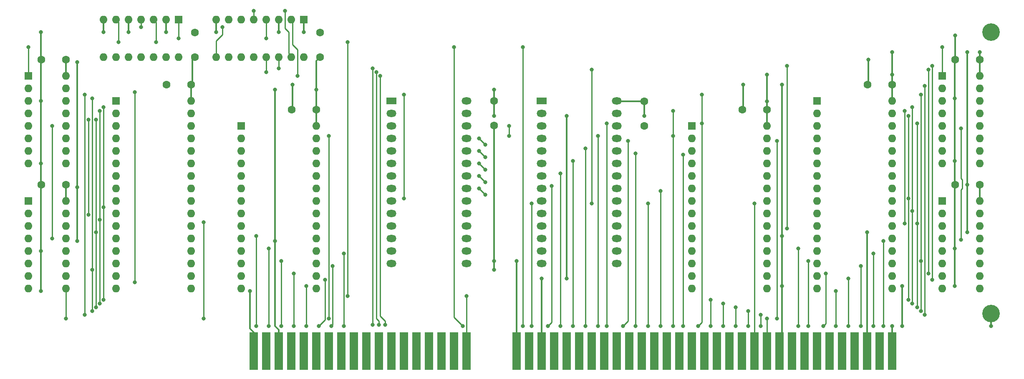
<source format=gbr>
G04 #@! TF.GenerationSoftware,KiCad,Pcbnew,(5.1.8)-1*
G04 #@! TF.CreationDate,2021-12-06T13:40:29-07:00*
G04 #@! TF.ProjectId,512k,3531326b-2e6b-4696-9361-645f70636258,rev?*
G04 #@! TF.SameCoordinates,Original*
G04 #@! TF.FileFunction,Copper,L2,Bot*
G04 #@! TF.FilePolarity,Positive*
%FSLAX46Y46*%
G04 Gerber Fmt 4.6, Leading zero omitted, Abs format (unit mm)*
G04 Created by KiCad (PCBNEW (5.1.8)-1) date 2021-12-06 13:40:29*
%MOMM*%
%LPD*%
G01*
G04 APERTURE LIST*
G04 #@! TA.AperFunction,ComponentPad*
%ADD10O,1.600000X1.600000*%
G04 #@! TD*
G04 #@! TA.AperFunction,ComponentPad*
%ADD11R,1.600000X1.600000*%
G04 #@! TD*
G04 #@! TA.AperFunction,ComponentPad*
%ADD12C,1.600000*%
G04 #@! TD*
G04 #@! TA.AperFunction,ConnectorPad*
%ADD13R,1.780000X7.620000*%
G04 #@! TD*
G04 #@! TA.AperFunction,ComponentPad*
%ADD14O,2.000000X1.440000*%
G04 #@! TD*
G04 #@! TA.AperFunction,ComponentPad*
%ADD15R,2.000000X1.440000*%
G04 #@! TD*
G04 #@! TA.AperFunction,ComponentPad*
%ADD16C,3.556000*%
G04 #@! TD*
G04 #@! TA.AperFunction,ViaPad*
%ADD17C,0.800000*%
G04 #@! TD*
G04 #@! TA.AperFunction,Conductor*
%ADD18C,0.330200*%
G04 #@! TD*
G04 #@! TA.AperFunction,Conductor*
%ADD19C,0.250000*%
G04 #@! TD*
G04 APERTURE END LIST*
D10*
G04 #@! TO.P,U12,16*
G04 #@! TO.N,/5+*
X42156380Y-70078600D03*
G04 #@! TO.P,U12,8*
G04 #@! TO.N,/GND*
X24376380Y-62458600D03*
G04 #@! TO.P,U12,15*
G04 #@! TO.N,/NOT_LOW*
X39616380Y-70078600D03*
G04 #@! TO.P,U12,7*
G04 #@! TO.N,Net-(U12-Pad7)*
X26916380Y-62458600D03*
G04 #@! TO.P,U12,14*
G04 #@! TO.N,/LA17*
X37076380Y-70078600D03*
G04 #@! TO.P,U12,6*
G04 #@! TO.N,Net-(U12-Pad6)*
X29456380Y-62458600D03*
G04 #@! TO.P,U12,13*
G04 #@! TO.N,/LA18*
X34536380Y-70078600D03*
G04 #@! TO.P,U12,5*
G04 #@! TO.N,/NOT_LOW*
X31996380Y-62458600D03*
G04 #@! TO.P,U12,12*
G04 #@! TO.N,Net-(U12-Pad12)*
X31996380Y-70078600D03*
G04 #@! TO.P,U12,4*
G04 #@! TO.N,/LOW_MEM*
X34536380Y-62458600D03*
G04 #@! TO.P,U12,11*
G04 #@! TO.N,Net-(U12-Pad11)*
X29456380Y-70078600D03*
G04 #@! TO.P,U12,3*
G04 #@! TO.N,/GND*
X37076380Y-62458600D03*
G04 #@! TO.P,U12,10*
G04 #@! TO.N,Net-(U12-Pad10)*
X26916380Y-70078600D03*
G04 #@! TO.P,U12,2*
G04 #@! TO.N,/LA19*
X39616380Y-62458600D03*
G04 #@! TO.P,U12,9*
G04 #@! TO.N,/HIGH_MEM*
X24376380Y-70078600D03*
D11*
G04 #@! TO.P,U12,1*
G04 #@! TO.N,/GND*
X42156380Y-62458600D03*
G04 #@! TD*
D10*
G04 #@! TO.P,U11,14*
G04 #@! TO.N,/5+*
X16756380Y-70078600D03*
G04 #@! TO.P,U11,7*
G04 #@! TO.N,/GND*
X1516380Y-62458600D03*
G04 #@! TO.P,U11,13*
G04 #@! TO.N,N/C*
X14216380Y-70078600D03*
G04 #@! TO.P,U11,6*
G04 #@! TO.N,/MEMCS16*
X4056380Y-62458600D03*
G04 #@! TO.P,U11,12*
G04 #@! TO.N,N/C*
X11676380Y-70078600D03*
G04 #@! TO.P,U11,5*
G04 #@! TO.N,/GND*
X6596380Y-62458600D03*
G04 #@! TO.P,U11,11*
G04 #@! TO.N,N/C*
X9136380Y-70078600D03*
G04 #@! TO.P,U11,4*
G04 #@! TO.N,/HIGH_MEM*
X9136380Y-62458600D03*
G04 #@! TO.P,U11,10*
G04 #@! TO.N,N/C*
X6596380Y-70078600D03*
G04 #@! TO.P,U11,3*
G04 #@! TO.N,/MEMCS16*
X11676380Y-62458600D03*
G04 #@! TO.P,U11,9*
G04 #@! TO.N,N/C*
X4056380Y-70078600D03*
G04 #@! TO.P,U11,2*
G04 #@! TO.N,/GND*
X14216380Y-62458600D03*
G04 #@! TO.P,U11,8*
G04 #@! TO.N,N/C*
X1516380Y-70078600D03*
D11*
G04 #@! TO.P,U11,1*
G04 #@! TO.N,/LOW_MEM*
X16756380Y-62458600D03*
G04 #@! TD*
D12*
G04 #@! TO.P,C12,2*
G04 #@! TO.N,/5+*
X45458380Y-70078600D03*
G04 #@! TO.P,C12,1*
G04 #@! TO.N,/GND*
X45458380Y-65078600D03*
G04 #@! TD*
G04 #@! TO.P,C11,2*
G04 #@! TO.N,/5+*
X20058380Y-70078600D03*
G04 #@! TO.P,C11,1*
G04 #@! TO.N,/GND*
X20058380Y-65078600D03*
G04 #@! TD*
D13*
G04 #@! TO.P,J1,17*
G04 #@! TO.N,Net-(J1-Pad17)*
X34536380Y-129768600D03*
G04 #@! TO.P,J1,16*
G04 #@! TO.N,/5+*
X37076380Y-129768600D03*
G04 #@! TO.P,J1,13*
G04 #@! TO.N,Net-(J1-Pad13)*
X44696380Y-129768600D03*
G04 #@! TO.P,J1,10*
G04 #@! TO.N,Net-(J1-Pad10)*
X52316380Y-129768600D03*
G04 #@! TO.P,J1,9*
G04 #@! TO.N,Net-(J1-Pad9)*
X54856380Y-129768600D03*
G04 #@! TO.P,J1,14*
G04 #@! TO.N,Net-(J1-Pad14)*
X42156380Y-129768600D03*
G04 #@! TO.P,J1,15*
G04 #@! TO.N,Net-(J1-Pad15)*
X39616380Y-129768600D03*
G04 #@! TO.P,J1,11*
G04 #@! TO.N,Net-(J1-Pad11)*
X49776380Y-129768600D03*
G04 #@! TO.P,J1,12*
G04 #@! TO.N,Net-(J1-Pad12)*
X47236380Y-129768600D03*
G04 #@! TO.P,J1,8*
G04 #@! TO.N,Net-(J1-Pad8)*
X57396380Y-129768600D03*
G04 #@! TO.P,J1,18*
G04 #@! TO.N,/GND*
X31996380Y-129768600D03*
G04 #@! TO.P,J1,7*
G04 #@! TO.N,Net-(J1-Pad7)*
X59936380Y-129768600D03*
G04 #@! TO.P,J1,6*
G04 #@! TO.N,Net-(J1-Pad6)*
X62476380Y-129768600D03*
G04 #@! TO.P,J1,5*
G04 #@! TO.N,Net-(J1-Pad5)*
X65016380Y-129768600D03*
G04 #@! TO.P,J1,4*
G04 #@! TO.N,Net-(J1-Pad4)*
X67556380Y-129768600D03*
G04 #@! TO.P,J1,3*
G04 #@! TO.N,Net-(J1-Pad3)*
X70096380Y-129768600D03*
G04 #@! TO.P,J1,2*
G04 #@! TO.N,Net-(J1-Pad2)*
X72636380Y-129768600D03*
G04 #@! TO.P,J1,1*
G04 #@! TO.N,/MEMCS16*
X75176380Y-129768600D03*
G04 #@! TD*
D10*
G04 #@! TO.P,U10,16*
G04 #@! TO.N,/5+*
X-6103620Y-99288600D03*
G04 #@! TO.P,U10,8*
G04 #@! TO.N,/GND*
X-13723620Y-117068600D03*
G04 #@! TO.P,U10,15*
G04 #@! TO.N,Net-(U10-Pad15)*
X-6103620Y-101828600D03*
G04 #@! TO.P,U10,7*
G04 #@! TO.N,/32K_ROM_CS_ODD*
X-13723620Y-114528600D03*
G04 #@! TO.P,U10,14*
G04 #@! TO.N,Net-(U10-Pad14)*
X-6103620Y-104368600D03*
G04 #@! TO.P,U10,6*
G04 #@! TO.N,/A18*
X-13723620Y-111988600D03*
G04 #@! TO.P,U10,13*
G04 #@! TO.N,Net-(U10-Pad13)*
X-6103620Y-106908600D03*
G04 #@! TO.P,U10,5*
G04 #@! TO.N,/GND*
X-13723620Y-109448600D03*
G04 #@! TO.P,U10,12*
G04 #@! TO.N,Net-(U10-Pad12)*
X-6103620Y-109448600D03*
G04 #@! TO.P,U10,4*
G04 #@! TO.N,/UPPER_512K_ODD*
X-13723620Y-106908600D03*
G04 #@! TO.P,U10,11*
G04 #@! TO.N,Net-(U10-Pad11)*
X-6103620Y-111988600D03*
G04 #@! TO.P,U10,3*
G04 #@! TO.N,/A17*
X-13723620Y-104368600D03*
G04 #@! TO.P,U10,10*
G04 #@! TO.N,Net-(U10-Pad10)*
X-6103620Y-114528600D03*
G04 #@! TO.P,U10,2*
G04 #@! TO.N,/A16*
X-13723620Y-101828600D03*
G04 #@! TO.P,U10,9*
G04 #@! TO.N,/32K_RAM_CS_ODD*
X-6103620Y-117068600D03*
D11*
G04 #@! TO.P,U10,1*
G04 #@! TO.N,/A15*
X-13723620Y-99288600D03*
G04 #@! TD*
D10*
G04 #@! TO.P,U9,32*
G04 #@! TO.N,/5+*
X19296380Y-78968600D03*
G04 #@! TO.P,U9,16*
G04 #@! TO.N,/GND*
X4056380Y-117068600D03*
G04 #@! TO.P,U9,31*
G04 #@! TO.N,/A15*
X19296380Y-81508600D03*
G04 #@! TO.P,U9,15*
G04 #@! TO.N,/D10*
X4056380Y-114528600D03*
G04 #@! TO.P,U9,30*
G04 #@! TO.N,/A17*
X19296380Y-84048600D03*
G04 #@! TO.P,U9,14*
G04 #@! TO.N,/D9*
X4056380Y-111988600D03*
G04 #@! TO.P,U9,29*
G04 #@! TO.N,/MWR*
X19296380Y-86588600D03*
G04 #@! TO.P,U9,13*
G04 #@! TO.N,/D8*
X4056380Y-109448600D03*
G04 #@! TO.P,U9,28*
G04 #@! TO.N,/A13*
X19296380Y-89128600D03*
G04 #@! TO.P,U9,12*
G04 #@! TO.N,/5+*
X4056380Y-106908600D03*
G04 #@! TO.P,U9,27*
G04 #@! TO.N,/A8*
X19296380Y-91668600D03*
G04 #@! TO.P,U9,11*
G04 #@! TO.N,/A1*
X4056380Y-104368600D03*
G04 #@! TO.P,U9,26*
G04 #@! TO.N,/A9*
X19296380Y-94208600D03*
G04 #@! TO.P,U9,10*
G04 #@! TO.N,/A2*
X4056380Y-101828600D03*
G04 #@! TO.P,U9,25*
G04 #@! TO.N,/A11*
X19296380Y-96748600D03*
G04 #@! TO.P,U9,9*
G04 #@! TO.N,/A3*
X4056380Y-99288600D03*
G04 #@! TO.P,U9,24*
G04 #@! TO.N,/MRD*
X19296380Y-99288600D03*
G04 #@! TO.P,U9,8*
G04 #@! TO.N,/A4*
X4056380Y-96748600D03*
G04 #@! TO.P,U9,23*
G04 #@! TO.N,/A10*
X19296380Y-101828600D03*
G04 #@! TO.P,U9,7*
G04 #@! TO.N,/A5*
X4056380Y-94208600D03*
G04 #@! TO.P,U9,22*
G04 #@! TO.N,/512K_CS_ODD*
X19296380Y-104368600D03*
G04 #@! TO.P,U9,6*
G04 #@! TO.N,/A6*
X4056380Y-91668600D03*
G04 #@! TO.P,U9,21*
G04 #@! TO.N,/D15*
X19296380Y-106908600D03*
G04 #@! TO.P,U9,5*
G04 #@! TO.N,/A7*
X4056380Y-89128600D03*
G04 #@! TO.P,U9,20*
G04 #@! TO.N,/D14*
X19296380Y-109448600D03*
G04 #@! TO.P,U9,4*
G04 #@! TO.N,/A12*
X4056380Y-86588600D03*
G04 #@! TO.P,U9,19*
G04 #@! TO.N,/D13*
X19296380Y-111988600D03*
G04 #@! TO.P,U9,3*
G04 #@! TO.N,/A14*
X4056380Y-84048600D03*
G04 #@! TO.P,U9,18*
G04 #@! TO.N,/D12*
X19296380Y-114528600D03*
G04 #@! TO.P,U9,2*
G04 #@! TO.N,/A16*
X4056380Y-81508600D03*
G04 #@! TO.P,U9,17*
G04 #@! TO.N,/D11*
X19296380Y-117068600D03*
D11*
G04 #@! TO.P,U9,1*
G04 #@! TO.N,/A18*
X4056380Y-78968600D03*
G04 #@! TD*
D10*
G04 #@! TO.P,U8,28*
G04 #@! TO.N,/5+*
X44696380Y-84048600D03*
G04 #@! TO.P,U8,14*
G04 #@! TO.N,/GND*
X29456380Y-117068600D03*
G04 #@! TO.P,U8,27*
G04 #@! TO.N,/MWR*
X44696380Y-86588600D03*
G04 #@! TO.P,U8,13*
G04 #@! TO.N,/D10*
X29456380Y-114528600D03*
G04 #@! TO.P,U8,26*
G04 #@! TO.N,/A13*
X44696380Y-89128600D03*
G04 #@! TO.P,U8,12*
G04 #@! TO.N,/D9*
X29456380Y-111988600D03*
G04 #@! TO.P,U8,25*
G04 #@! TO.N,/A8*
X44696380Y-91668600D03*
G04 #@! TO.P,U8,11*
G04 #@! TO.N,/D8*
X29456380Y-109448600D03*
G04 #@! TO.P,U8,24*
G04 #@! TO.N,/A9*
X44696380Y-94208600D03*
G04 #@! TO.P,U8,10*
G04 #@! TO.N,/5+*
X29456380Y-106908600D03*
G04 #@! TO.P,U8,23*
G04 #@! TO.N,/A11*
X44696380Y-96748600D03*
G04 #@! TO.P,U8,9*
G04 #@! TO.N,/A1*
X29456380Y-104368600D03*
G04 #@! TO.P,U8,22*
G04 #@! TO.N,/MRD*
X44696380Y-99288600D03*
G04 #@! TO.P,U8,8*
G04 #@! TO.N,/A2*
X29456380Y-101828600D03*
G04 #@! TO.P,U8,21*
G04 #@! TO.N,/A10*
X44696380Y-101828600D03*
G04 #@! TO.P,U8,7*
G04 #@! TO.N,/A3*
X29456380Y-99288600D03*
G04 #@! TO.P,U8,20*
G04 #@! TO.N,/32K_RAM_CS_ODD*
X44696380Y-104368600D03*
G04 #@! TO.P,U8,6*
G04 #@! TO.N,/A4*
X29456380Y-96748600D03*
G04 #@! TO.P,U8,19*
G04 #@! TO.N,/D15*
X44696380Y-106908600D03*
G04 #@! TO.P,U8,5*
G04 #@! TO.N,/A5*
X29456380Y-94208600D03*
G04 #@! TO.P,U8,18*
G04 #@! TO.N,/D14*
X44696380Y-109448600D03*
G04 #@! TO.P,U8,4*
G04 #@! TO.N,/A6*
X29456380Y-91668600D03*
G04 #@! TO.P,U8,17*
G04 #@! TO.N,/D13*
X44696380Y-111988600D03*
G04 #@! TO.P,U8,3*
G04 #@! TO.N,/A7*
X29456380Y-89128600D03*
G04 #@! TO.P,U8,16*
G04 #@! TO.N,/D12*
X44696380Y-114528600D03*
G04 #@! TO.P,U8,2*
G04 #@! TO.N,/A12*
X29456380Y-86588600D03*
G04 #@! TO.P,U8,15*
G04 #@! TO.N,/D11*
X44696380Y-117068600D03*
D11*
G04 #@! TO.P,U8,1*
G04 #@! TO.N,/A14*
X29456380Y-84048600D03*
G04 #@! TD*
D10*
G04 #@! TO.P,U7,16*
G04 #@! TO.N,/5+*
X-6103620Y-73888600D03*
G04 #@! TO.P,U7,8*
G04 #@! TO.N,/GND*
X-13723620Y-91668600D03*
G04 #@! TO.P,U7,15*
G04 #@! TO.N,N/C*
X-6103620Y-76428600D03*
G04 #@! TO.P,U7,7*
G04 #@! TO.N,Net-(U7-Pad7)*
X-13723620Y-89128600D03*
G04 #@! TO.P,U7,14*
G04 #@! TO.N,N/C*
X-6103620Y-78968600D03*
G04 #@! TO.P,U7,6*
G04 #@! TO.N,Net-(U7-Pad6)*
X-13723620Y-86588600D03*
G04 #@! TO.P,U7,13*
G04 #@! TO.N,N/C*
X-6103620Y-81508600D03*
G04 #@! TO.P,U7,5*
G04 #@! TO.N,/UPPER_512K_ODD*
X-13723620Y-84048600D03*
G04 #@! TO.P,U7,12*
G04 #@! TO.N,N/C*
X-6103620Y-84048600D03*
G04 #@! TO.P,U7,4*
G04 #@! TO.N,/512K_CS_ODD*
X-13723620Y-81508600D03*
G04 #@! TO.P,U7,11*
G04 #@! TO.N,N/C*
X-6103620Y-86588600D03*
G04 #@! TO.P,U7,3*
G04 #@! TO.N,/GND*
X-13723620Y-78968600D03*
G04 #@! TO.P,U7,10*
G04 #@! TO.N,N/C*
X-6103620Y-89128600D03*
G04 #@! TO.P,U7,2*
G04 #@! TO.N,/A19*
X-13723620Y-76428600D03*
G04 #@! TO.P,U7,9*
G04 #@! TO.N,N/C*
X-6103620Y-91668600D03*
D11*
G04 #@! TO.P,U7,1*
G04 #@! TO.N,/SBHE*
X-13723620Y-73888600D03*
G04 #@! TD*
D14*
G04 #@! TO.P,U6,15*
G04 #@! TO.N,/D11*
X75176380Y-111988600D03*
G04 #@! TO.P,U6,14*
G04 #@! TO.N,/GND*
X59936380Y-111988600D03*
G04 #@! TO.P,U6,16*
G04 #@! TO.N,/D12*
X75176380Y-109448600D03*
G04 #@! TO.P,U6,13*
G04 #@! TO.N,/D10*
X59936380Y-109448600D03*
G04 #@! TO.P,U6,17*
G04 #@! TO.N,/D13*
X75176380Y-106908600D03*
G04 #@! TO.P,U6,12*
G04 #@! TO.N,/D9*
X59936380Y-106908600D03*
G04 #@! TO.P,U6,18*
G04 #@! TO.N,/D14*
X75176380Y-104368600D03*
G04 #@! TO.P,U6,11*
G04 #@! TO.N,/D8*
X59936380Y-104368600D03*
G04 #@! TO.P,U6,19*
G04 #@! TO.N,/D15*
X75176380Y-101828600D03*
G04 #@! TO.P,U6,10*
G04 #@! TO.N,/5+*
X59936380Y-101828600D03*
G04 #@! TO.P,U6,20*
G04 #@! TO.N,/32K_ROM_CS_ODD*
X75176380Y-99288600D03*
G04 #@! TO.P,U6,9*
G04 #@! TO.N,/A1*
X59936380Y-99288600D03*
G04 #@! TO.P,U6,21*
G04 #@! TO.N,/A10*
X75176380Y-96748600D03*
G04 #@! TO.P,U6,8*
G04 #@! TO.N,/A2*
X59936380Y-96748600D03*
G04 #@! TO.P,U6,22*
G04 #@! TO.N,/MRD*
X75176380Y-94208600D03*
G04 #@! TO.P,U6,7*
G04 #@! TO.N,/A3*
X59936380Y-94208600D03*
G04 #@! TO.P,U6,23*
G04 #@! TO.N,/A11*
X75176380Y-91668600D03*
G04 #@! TO.P,U6,6*
G04 #@! TO.N,/A4*
X59936380Y-91668600D03*
G04 #@! TO.P,U6,24*
G04 #@! TO.N,/A9*
X75176380Y-89128600D03*
G04 #@! TO.P,U6,5*
G04 #@! TO.N,/A5*
X59936380Y-89128600D03*
G04 #@! TO.P,U6,25*
G04 #@! TO.N,/A8*
X75176380Y-86588600D03*
G04 #@! TO.P,U6,4*
G04 #@! TO.N,/A6*
X59936380Y-86588600D03*
G04 #@! TO.P,U6,26*
G04 #@! TO.N,/A13*
X75176380Y-84048600D03*
G04 #@! TO.P,U6,3*
G04 #@! TO.N,/A7*
X59936380Y-84048600D03*
G04 #@! TO.P,U6,27*
G04 #@! TO.N,/5+*
X75176380Y-81508600D03*
G04 #@! TO.P,U6,2*
G04 #@! TO.N,/A12*
X59936380Y-81508600D03*
G04 #@! TO.P,U6,28*
G04 #@! TO.N,/5+*
X75176380Y-78968600D03*
D15*
G04 #@! TO.P,U6,1*
G04 #@! TO.N,/A14*
X59936380Y-78968600D03*
G04 #@! TD*
D12*
G04 #@! TO.P,C10,2*
G04 #@! TO.N,/5+*
X44696380Y-80746600D03*
G04 #@! TO.P,C10,1*
G04 #@! TO.N,/GND*
X39696380Y-80746600D03*
G04 #@! TD*
G04 #@! TO.P,C9,2*
G04 #@! TO.N,/5+*
X19296380Y-75666600D03*
G04 #@! TO.P,C9,1*
G04 #@! TO.N,/GND*
X14296380Y-75666600D03*
G04 #@! TD*
G04 #@! TO.P,C8,2*
G04 #@! TO.N,/5+*
X80764380Y-78968600D03*
G04 #@! TO.P,C8,1*
G04 #@! TO.N,/GND*
X80764380Y-83968600D03*
G04 #@! TD*
G04 #@! TO.P,C7,2*
G04 #@! TO.N,/5+*
X-6103620Y-70586600D03*
G04 #@! TO.P,C7,1*
G04 #@! TO.N,/GND*
X-11103620Y-70586600D03*
G04 #@! TD*
G04 #@! TO.P,C6,2*
G04 #@! TO.N,/5+*
X-6103620Y-95986600D03*
G04 #@! TO.P,C6,1*
G04 #@! TO.N,/GND*
X-11103620Y-95986600D03*
G04 #@! TD*
D16*
G04 #@! TO.P,R,1*
G04 #@! TO.N,/GND*
X181602380Y-122148600D03*
G04 #@! TD*
G04 #@! TO.P,R,1*
G04 #@! TO.N,/GND*
X181602380Y-64998600D03*
G04 #@! TD*
D10*
G04 #@! TO.P,U5,16*
G04 #@! TO.N,/5+*
X179316380Y-99288600D03*
G04 #@! TO.P,U5,8*
G04 #@! TO.N,/GND*
X171696380Y-117068600D03*
G04 #@! TO.P,U5,15*
G04 #@! TO.N,Net-(U5-Pad15)*
X179316380Y-101828600D03*
G04 #@! TO.P,U5,7*
G04 #@! TO.N,/32K_ROM_CS_EVEN*
X171696380Y-114528600D03*
G04 #@! TO.P,U5,14*
G04 #@! TO.N,Net-(U5-Pad14)*
X179316380Y-104368600D03*
G04 #@! TO.P,U5,6*
G04 #@! TO.N,/A18*
X171696380Y-111988600D03*
G04 #@! TO.P,U5,13*
G04 #@! TO.N,Net-(U5-Pad13)*
X179316380Y-106908600D03*
G04 #@! TO.P,U5,5*
G04 #@! TO.N,/GND*
X171696380Y-109448600D03*
G04 #@! TO.P,U5,12*
G04 #@! TO.N,Net-(U5-Pad12)*
X179316380Y-109448600D03*
G04 #@! TO.P,U5,4*
G04 #@! TO.N,/UPPER_512K_EVEN*
X171696380Y-106908600D03*
G04 #@! TO.P,U5,11*
G04 #@! TO.N,Net-(U5-Pad11)*
X179316380Y-111988600D03*
G04 #@! TO.P,U5,3*
G04 #@! TO.N,/A17*
X171696380Y-104368600D03*
G04 #@! TO.P,U5,10*
G04 #@! TO.N,Net-(U5-Pad10)*
X179316380Y-114528600D03*
G04 #@! TO.P,U5,2*
G04 #@! TO.N,/A16*
X171696380Y-101828600D03*
G04 #@! TO.P,U5,9*
G04 #@! TO.N,/32K_RAM_CS_EVEN*
X179316380Y-117068600D03*
D11*
G04 #@! TO.P,U5,1*
G04 #@! TO.N,/A15*
X171696380Y-99288600D03*
G04 #@! TD*
D10*
G04 #@! TO.P,U4,16*
G04 #@! TO.N,/5+*
X179316380Y-73888600D03*
G04 #@! TO.P,U4,8*
G04 #@! TO.N,/GND*
X171696380Y-91668600D03*
G04 #@! TO.P,U4,15*
G04 #@! TO.N,N/C*
X179316380Y-76428600D03*
G04 #@! TO.P,U4,7*
G04 #@! TO.N,Net-(U4-Pad7)*
X171696380Y-89128600D03*
G04 #@! TO.P,U4,14*
G04 #@! TO.N,N/C*
X179316380Y-78968600D03*
G04 #@! TO.P,U4,6*
G04 #@! TO.N,Net-(U4-Pad6)*
X171696380Y-86588600D03*
G04 #@! TO.P,U4,13*
G04 #@! TO.N,N/C*
X179316380Y-81508600D03*
G04 #@! TO.P,U4,5*
G04 #@! TO.N,/UPPER_512K_EVEN*
X171696380Y-84048600D03*
G04 #@! TO.P,U4,12*
G04 #@! TO.N,N/C*
X179316380Y-84048600D03*
G04 #@! TO.P,U4,4*
G04 #@! TO.N,/512K_CS_EVEN*
X171696380Y-81508600D03*
G04 #@! TO.P,U4,11*
G04 #@! TO.N,N/C*
X179316380Y-86588600D03*
G04 #@! TO.P,U4,3*
G04 #@! TO.N,/GND*
X171696380Y-78968600D03*
G04 #@! TO.P,U4,10*
G04 #@! TO.N,N/C*
X179316380Y-89128600D03*
G04 #@! TO.P,U4,2*
G04 #@! TO.N,/A19*
X171696380Y-76428600D03*
G04 #@! TO.P,U4,9*
G04 #@! TO.N,N/C*
X179316380Y-91668600D03*
D11*
G04 #@! TO.P,U4,1*
G04 #@! TO.N,/A0*
X171696380Y-73888600D03*
G04 #@! TD*
D12*
G04 #@! TO.P,C5,2*
G04 #@! TO.N,/5+*
X179316380Y-95986600D03*
G04 #@! TO.P,C5,1*
G04 #@! TO.N,/GND*
X174316380Y-95986600D03*
G04 #@! TD*
G04 #@! TO.P,C4,2*
G04 #@! TO.N,/5+*
X179316380Y-70586600D03*
G04 #@! TO.P,C4,1*
G04 #@! TO.N,/GND*
X174316380Y-70586600D03*
G04 #@! TD*
G04 #@! TO.P,C3,2*
G04 #@! TO.N,/5+*
X161536380Y-75666600D03*
G04 #@! TO.P,C3,1*
G04 #@! TO.N,/GND*
X156536380Y-75666600D03*
G04 #@! TD*
G04 #@! TO.P,C2,2*
G04 #@! TO.N,/5+*
X136136380Y-80746600D03*
G04 #@! TO.P,C2,1*
G04 #@! TO.N,/GND*
X131136380Y-80746600D03*
G04 #@! TD*
D14*
G04 #@! TO.P,U2,15*
G04 #@! TO.N,/D3*
X105656380Y-111988600D03*
G04 #@! TO.P,U2,14*
G04 #@! TO.N,/GND*
X90416380Y-111988600D03*
G04 #@! TO.P,U2,16*
G04 #@! TO.N,/D4*
X105656380Y-109448600D03*
G04 #@! TO.P,U2,13*
G04 #@! TO.N,/D2*
X90416380Y-109448600D03*
G04 #@! TO.P,U2,17*
G04 #@! TO.N,/D5*
X105656380Y-106908600D03*
G04 #@! TO.P,U2,12*
G04 #@! TO.N,/D1*
X90416380Y-106908600D03*
G04 #@! TO.P,U2,18*
G04 #@! TO.N,/D6*
X105656380Y-104368600D03*
G04 #@! TO.P,U2,11*
G04 #@! TO.N,/D0*
X90416380Y-104368600D03*
G04 #@! TO.P,U2,19*
G04 #@! TO.N,/D7*
X105656380Y-101828600D03*
G04 #@! TO.P,U2,10*
G04 #@! TO.N,/GND*
X90416380Y-101828600D03*
G04 #@! TO.P,U2,20*
G04 #@! TO.N,/32K_ROM_CS_EVEN*
X105656380Y-99288600D03*
G04 #@! TO.P,U2,9*
G04 #@! TO.N,/A1*
X90416380Y-99288600D03*
G04 #@! TO.P,U2,21*
G04 #@! TO.N,/A10*
X105656380Y-96748600D03*
G04 #@! TO.P,U2,8*
G04 #@! TO.N,/A2*
X90416380Y-96748600D03*
G04 #@! TO.P,U2,22*
G04 #@! TO.N,/MRD*
X105656380Y-94208600D03*
G04 #@! TO.P,U2,7*
G04 #@! TO.N,/A3*
X90416380Y-94208600D03*
G04 #@! TO.P,U2,23*
G04 #@! TO.N,/A11*
X105656380Y-91668600D03*
G04 #@! TO.P,U2,6*
G04 #@! TO.N,/A4*
X90416380Y-91668600D03*
G04 #@! TO.P,U2,24*
G04 #@! TO.N,/A9*
X105656380Y-89128600D03*
G04 #@! TO.P,U2,5*
G04 #@! TO.N,/A5*
X90416380Y-89128600D03*
G04 #@! TO.P,U2,25*
G04 #@! TO.N,/A8*
X105656380Y-86588600D03*
G04 #@! TO.P,U2,4*
G04 #@! TO.N,/A6*
X90416380Y-86588600D03*
G04 #@! TO.P,U2,26*
G04 #@! TO.N,/A13*
X105656380Y-84048600D03*
G04 #@! TO.P,U2,3*
G04 #@! TO.N,/A7*
X90416380Y-84048600D03*
G04 #@! TO.P,U2,27*
G04 #@! TO.N,/5+*
X105656380Y-81508600D03*
G04 #@! TO.P,U2,2*
G04 #@! TO.N,/A12*
X90416380Y-81508600D03*
G04 #@! TO.P,U2,28*
G04 #@! TO.N,/5+*
X105656380Y-78968600D03*
D15*
G04 #@! TO.P,U2,1*
G04 #@! TO.N,/A14*
X90416380Y-78968600D03*
G04 #@! TD*
D10*
G04 #@! TO.P,U1,28*
G04 #@! TO.N,/5+*
X136136380Y-84048600D03*
G04 #@! TO.P,U1,14*
G04 #@! TO.N,/GND*
X120896380Y-117068600D03*
G04 #@! TO.P,U1,27*
G04 #@! TO.N,/MWR*
X136136380Y-86588600D03*
G04 #@! TO.P,U1,13*
G04 #@! TO.N,/D2*
X120896380Y-114528600D03*
G04 #@! TO.P,U1,26*
G04 #@! TO.N,/A13*
X136136380Y-89128600D03*
G04 #@! TO.P,U1,12*
G04 #@! TO.N,/D1*
X120896380Y-111988600D03*
G04 #@! TO.P,U1,25*
G04 #@! TO.N,/A8*
X136136380Y-91668600D03*
G04 #@! TO.P,U1,11*
G04 #@! TO.N,/D0*
X120896380Y-109448600D03*
G04 #@! TO.P,U1,24*
G04 #@! TO.N,/A9*
X136136380Y-94208600D03*
G04 #@! TO.P,U1,10*
G04 #@! TO.N,/GND*
X120896380Y-106908600D03*
G04 #@! TO.P,U1,23*
G04 #@! TO.N,/A11*
X136136380Y-96748600D03*
G04 #@! TO.P,U1,9*
G04 #@! TO.N,/A1*
X120896380Y-104368600D03*
G04 #@! TO.P,U1,22*
G04 #@! TO.N,/MRD*
X136136380Y-99288600D03*
G04 #@! TO.P,U1,8*
G04 #@! TO.N,/A2*
X120896380Y-101828600D03*
G04 #@! TO.P,U1,21*
G04 #@! TO.N,/A10*
X136136380Y-101828600D03*
G04 #@! TO.P,U1,7*
G04 #@! TO.N,/A3*
X120896380Y-99288600D03*
G04 #@! TO.P,U1,20*
G04 #@! TO.N,/32K_RAM_CS_EVEN*
X136136380Y-104368600D03*
G04 #@! TO.P,U1,6*
G04 #@! TO.N,/A4*
X120896380Y-96748600D03*
G04 #@! TO.P,U1,19*
G04 #@! TO.N,/D7*
X136136380Y-106908600D03*
G04 #@! TO.P,U1,5*
G04 #@! TO.N,/A5*
X120896380Y-94208600D03*
G04 #@! TO.P,U1,18*
G04 #@! TO.N,/D6*
X136136380Y-109448600D03*
G04 #@! TO.P,U1,4*
G04 #@! TO.N,/A6*
X120896380Y-91668600D03*
G04 #@! TO.P,U1,17*
G04 #@! TO.N,/D5*
X136136380Y-111988600D03*
G04 #@! TO.P,U1,3*
G04 #@! TO.N,/A7*
X120896380Y-89128600D03*
G04 #@! TO.P,U1,16*
G04 #@! TO.N,/D4*
X136136380Y-114528600D03*
G04 #@! TO.P,U1,2*
G04 #@! TO.N,/A12*
X120896380Y-86588600D03*
G04 #@! TO.P,U1,15*
G04 #@! TO.N,/D3*
X136136380Y-117068600D03*
D11*
G04 #@! TO.P,U1,1*
G04 #@! TO.N,/A14*
X120896380Y-84048600D03*
G04 #@! TD*
D13*
G04 #@! TO.P,J9,31*
G04 #@! TO.N,/GND*
X85336380Y-129768600D03*
G04 #@! TO.P,J9,30*
G04 #@! TO.N,/OSC88*
X87876380Y-129768600D03*
G04 #@! TO.P,J9,29*
G04 #@! TO.N,/5+*
X90416380Y-129768600D03*
G04 #@! TO.P,J9,28*
G04 #@! TO.N,/ALE*
X92956380Y-129768600D03*
G04 #@! TO.P,J9,27*
G04 #@! TO.N,/TC*
X95496380Y-129768600D03*
G04 #@! TO.P,J9,26*
G04 #@! TO.N,/DACK2*
X98036380Y-129768600D03*
G04 #@! TO.P,J9,25*
G04 #@! TO.N,/IRQ3*
X100576380Y-129768600D03*
G04 #@! TO.P,J9,24*
G04 #@! TO.N,/IRQ4*
X103116380Y-129768600D03*
G04 #@! TO.P,J9,23*
G04 #@! TO.N,/IRQ5*
X105656380Y-129768600D03*
G04 #@! TO.P,J9,22*
G04 #@! TO.N,/IRQ6*
X108196380Y-129768600D03*
G04 #@! TO.P,J9,21*
G04 #@! TO.N,/IRQ7*
X110736380Y-129768600D03*
G04 #@! TO.P,J9,20*
G04 #@! TO.N,/CLK88*
X113276380Y-129768600D03*
G04 #@! TO.P,J9,19*
G04 #@! TO.N,/REFRQ*
X115816380Y-129768600D03*
G04 #@! TO.P,J9,18*
G04 #@! TO.N,/DRQ1*
X118356380Y-129768600D03*
G04 #@! TO.P,J9,17*
G04 #@! TO.N,/DACK1*
X120896380Y-129768600D03*
G04 #@! TO.P,J9,16*
G04 #@! TO.N,/DRQ3*
X123436380Y-129768600D03*
G04 #@! TO.P,J9,15*
G04 #@! TO.N,/DACK3*
X125976380Y-129768600D03*
G04 #@! TO.P,J9,14*
G04 #@! TO.N,/IORD*
X128516380Y-129768600D03*
G04 #@! TO.P,J9,13*
G04 #@! TO.N,/IOWR*
X131056380Y-129768600D03*
G04 #@! TO.P,J9,12*
G04 #@! TO.N,/MRD*
X133596380Y-129768600D03*
G04 #@! TO.P,J9,11*
G04 #@! TO.N,/MWR*
X136136380Y-129768600D03*
G04 #@! TO.P,J9,10*
G04 #@! TO.N,/GND*
X138676380Y-129768600D03*
G04 #@! TO.P,J9,9*
G04 #@! TO.N,/12+*
X141216380Y-129768600D03*
G04 #@! TO.P,J9,8*
G04 #@! TO.N,/NC*
X143756380Y-129768600D03*
G04 #@! TO.P,J9,7*
G04 #@! TO.N,/12-*
X146296380Y-129768600D03*
G04 #@! TO.P,J9,6*
G04 #@! TO.N,/DRQ2*
X148836380Y-129768600D03*
G04 #@! TO.P,J9,5*
G04 #@! TO.N,/5-*
X151376380Y-129768600D03*
G04 #@! TO.P,J9,4*
G04 #@! TO.N,/IRQ2*
X153916380Y-129768600D03*
G04 #@! TO.P,J9,3*
G04 #@! TO.N,/5+*
X156456380Y-129768600D03*
G04 #@! TO.P,J9,2*
G04 #@! TO.N,/RESOUT*
X158996380Y-129768600D03*
G04 #@! TO.P,J9,1*
G04 #@! TO.N,/GND*
X161536380Y-129768600D03*
G04 #@! TD*
D12*
G04 #@! TO.P,C1,2*
G04 #@! TO.N,/5+*
X111244380Y-79048600D03*
G04 #@! TO.P,C1,1*
G04 #@! TO.N,/GND*
X111244380Y-84048600D03*
G04 #@! TD*
D10*
G04 #@! TO.P,U3,32*
G04 #@! TO.N,/5+*
X161536380Y-78968600D03*
G04 #@! TO.P,U3,16*
G04 #@! TO.N,/GND*
X146296380Y-117068600D03*
G04 #@! TO.P,U3,31*
G04 #@! TO.N,/A15*
X161536380Y-81508600D03*
G04 #@! TO.P,U3,15*
G04 #@! TO.N,/D2*
X146296380Y-114528600D03*
G04 #@! TO.P,U3,30*
G04 #@! TO.N,/A17*
X161536380Y-84048600D03*
G04 #@! TO.P,U3,14*
G04 #@! TO.N,/D1*
X146296380Y-111988600D03*
G04 #@! TO.P,U3,29*
G04 #@! TO.N,/MWR*
X161536380Y-86588600D03*
G04 #@! TO.P,U3,13*
G04 #@! TO.N,/D0*
X146296380Y-109448600D03*
G04 #@! TO.P,U3,28*
G04 #@! TO.N,/A13*
X161536380Y-89128600D03*
G04 #@! TO.P,U3,12*
G04 #@! TO.N,/GND*
X146296380Y-106908600D03*
G04 #@! TO.P,U3,27*
G04 #@! TO.N,/A8*
X161536380Y-91668600D03*
G04 #@! TO.P,U3,11*
G04 #@! TO.N,/A1*
X146296380Y-104368600D03*
G04 #@! TO.P,U3,26*
G04 #@! TO.N,/A9*
X161536380Y-94208600D03*
G04 #@! TO.P,U3,10*
G04 #@! TO.N,/A2*
X146296380Y-101828600D03*
G04 #@! TO.P,U3,25*
G04 #@! TO.N,/A11*
X161536380Y-96748600D03*
G04 #@! TO.P,U3,9*
G04 #@! TO.N,/A3*
X146296380Y-99288600D03*
G04 #@! TO.P,U3,24*
G04 #@! TO.N,/MRD*
X161536380Y-99288600D03*
G04 #@! TO.P,U3,8*
G04 #@! TO.N,/A4*
X146296380Y-96748600D03*
G04 #@! TO.P,U3,23*
G04 #@! TO.N,/A10*
X161536380Y-101828600D03*
G04 #@! TO.P,U3,7*
G04 #@! TO.N,/A5*
X146296380Y-94208600D03*
G04 #@! TO.P,U3,22*
G04 #@! TO.N,/512K_CS_EVEN*
X161536380Y-104368600D03*
G04 #@! TO.P,U3,6*
G04 #@! TO.N,/A6*
X146296380Y-91668600D03*
G04 #@! TO.P,U3,21*
G04 #@! TO.N,/D7*
X161536380Y-106908600D03*
G04 #@! TO.P,U3,5*
G04 #@! TO.N,/A7*
X146296380Y-89128600D03*
G04 #@! TO.P,U3,20*
G04 #@! TO.N,/D6*
X161536380Y-109448600D03*
G04 #@! TO.P,U3,4*
G04 #@! TO.N,/A12*
X146296380Y-86588600D03*
G04 #@! TO.P,U3,19*
G04 #@! TO.N,/D5*
X161536380Y-111988600D03*
G04 #@! TO.P,U3,3*
G04 #@! TO.N,/A14*
X146296380Y-84048600D03*
G04 #@! TO.P,U3,18*
G04 #@! TO.N,/D4*
X161536380Y-114528600D03*
G04 #@! TO.P,U3,2*
G04 #@! TO.N,/A16*
X146296380Y-81508600D03*
G04 #@! TO.P,U3,17*
G04 #@! TO.N,/D3*
X161536380Y-117068600D03*
D11*
G04 #@! TO.P,U3,1*
G04 #@! TO.N,/A18*
X146296380Y-78968600D03*
G04 #@! TD*
D17*
G04 #@! TO.N,/5+*
X161536380Y-69062600D03*
X161536380Y-73634600D03*
X136136380Y-73634600D03*
X136136380Y-79048600D03*
X111244380Y-82016600D03*
X179316380Y-69062600D03*
X176776380Y-69062600D03*
X176776380Y-95986600D03*
X90416380Y-115036600D03*
X95496380Y-115036600D03*
X95496380Y-82016600D03*
X156456380Y-105638600D03*
X176776380Y-105638600D03*
X36314380Y-107416600D03*
X80764380Y-82016600D03*
X80764380Y-76682600D03*
X44696380Y-76682600D03*
X36314380Y-76682600D03*
X-3817618Y-107416600D03*
X-3817620Y-96494600D03*
X-3817620Y-71094600D03*
G04 #@! TO.N,/GND*
X85336380Y-111480600D03*
X139184380Y-116560600D03*
X161536380Y-124688600D03*
X163568380Y-124688600D03*
X181602380Y-124688600D03*
X174236380Y-116560600D03*
X174236380Y-108940600D03*
X174236380Y-78460600D03*
X174236380Y-91160600D03*
X131310380Y-75666600D03*
X156710380Y-70586600D03*
X139184380Y-75666600D03*
X163568380Y-116560600D03*
X39870380Y-75666600D03*
X80764380Y-111480600D03*
X-11183620Y-117576600D03*
X-11183620Y-91668600D03*
X-11183620Y-109448600D03*
X-11183620Y-78968600D03*
X139184380Y-106400600D03*
X80764380Y-113258600D03*
X31234380Y-117576600D03*
X174316380Y-65680600D03*
X-11183624Y-64998604D03*
X6596380Y-64998600D03*
X1516380Y-64998600D03*
X14216380Y-64998600D03*
X37076380Y-64998600D03*
X24376380Y-64998600D03*
X42156380Y-64998600D03*
G04 #@! TO.N,/D7*
X159758380Y-107416600D03*
X159758380Y-124688608D03*
G04 #@! TO.N,/D6*
X157726380Y-124688600D03*
X157726380Y-109956600D03*
G04 #@! TO.N,/D5*
X155186380Y-124688600D03*
X155186380Y-112496600D03*
G04 #@! TO.N,/D4*
X152646380Y-124688600D03*
X152646380Y-115036600D03*
G04 #@! TO.N,/D3*
X150106380Y-124688600D03*
X150106380Y-117576600D03*
G04 #@! TO.N,/D2*
X147566380Y-124688600D03*
X148074380Y-114020600D03*
G04 #@! TO.N,/D1*
X144518380Y-124688600D03*
X144518380Y-111480600D03*
G04 #@! TO.N,/D0*
X142486380Y-124688600D03*
X142486380Y-108940600D03*
G04 #@! TO.N,/A19*
X134866380Y-124688600D03*
X134866380Y-122402600D03*
X168140380Y-122402600D03*
X168140380Y-75920600D03*
X-2293620Y-77698600D03*
X-2293610Y-122402600D03*
G04 #@! TO.N,/A18*
X132326380Y-124688600D03*
X132326380Y-121640600D03*
X167378380Y-121640600D03*
X167378380Y-111480600D03*
X167378380Y-77698600D03*
X-769620Y-121640600D03*
X-769620Y-78460600D03*
X-769620Y-113258600D03*
G04 #@! TO.N,/A17*
X129786380Y-124688600D03*
X129786380Y-120878600D03*
X166616380Y-120878622D03*
X166616380Y-103860600D03*
X166616380Y-83540600D03*
X-7620Y-120878600D03*
X-7620Y-82778600D03*
X-7620Y-105638600D03*
G04 #@! TO.N,/A16*
X127246380Y-124688600D03*
X127246380Y-120116600D03*
X165600380Y-120116600D03*
X165600380Y-101320600D03*
X165600380Y-80238600D03*
X754380Y-120116600D03*
X754380Y-81000600D03*
X754380Y-103098600D03*
G04 #@! TO.N,/A15*
X124706380Y-124688600D03*
X124706380Y-119354600D03*
X164838380Y-119354600D03*
X164838380Y-98780600D03*
X164838380Y-82016600D03*
X1516380Y-119354600D03*
X1516380Y-80238600D03*
X1516380Y-100558600D03*
G04 #@! TO.N,/A14*
X122166380Y-124688600D03*
X122928380Y-83540600D03*
X122928380Y-77698600D03*
G04 #@! TO.N,/A13*
X119118380Y-124688600D03*
X119118380Y-89890600D03*
G04 #@! TO.N,/A12*
X117086380Y-124688600D03*
X117086380Y-86080600D03*
X117086380Y-81000600D03*
G04 #@! TO.N,/A11*
X114546380Y-124688600D03*
X114546380Y-97256600D03*
X77716380Y-91668600D03*
X78986380Y-92938600D03*
G04 #@! TO.N,/A10*
X112006380Y-124688600D03*
X112006380Y-99796600D03*
X77716380Y-96748600D03*
X78986380Y-98018600D03*
G04 #@! TO.N,/A9*
X109466380Y-124688600D03*
X109466380Y-89636600D03*
X77716380Y-89128600D03*
X78986380Y-90398600D03*
G04 #@! TO.N,/A8*
X106926380Y-124688600D03*
X107942380Y-87096600D03*
X77716380Y-86588600D03*
X78986380Y-87858600D03*
G04 #@! TO.N,/A7*
X103624380Y-83540600D03*
X103624380Y-124688600D03*
X83812380Y-84048600D03*
X83812380Y-86080600D03*
G04 #@! TO.N,/A6*
X101846380Y-124688600D03*
X101846380Y-86080600D03*
G04 #@! TO.N,/A5*
X99306380Y-124688600D03*
X99306380Y-88620600D03*
G04 #@! TO.N,/A4*
X96766380Y-124688600D03*
X96766380Y-91160600D03*
G04 #@! TO.N,/A3*
X94226380Y-124688600D03*
X94226380Y-93700600D03*
G04 #@! TO.N,/A2*
X91686380Y-124688600D03*
X92448380Y-96240600D03*
G04 #@! TO.N,/A1*
X88384380Y-124688600D03*
X88384380Y-99796600D03*
G04 #@! TO.N,/A0*
X86606380Y-124688600D03*
X171696380Y-68046600D03*
X86606380Y-68046600D03*
G04 #@! TO.N,/MWR*
X136136380Y-123164600D03*
X138168380Y-123164600D03*
X138168380Y-87096600D03*
X47236380Y-86080600D03*
X47236380Y-123164600D03*
G04 #@! TO.N,/MRD*
X77716380Y-94208600D03*
X78986380Y-95478600D03*
X133596380Y-99796600D03*
G04 #@! TO.N,/32K_RAM_CS_EVEN*
X169664380Y-115290600D03*
X140200380Y-104876600D03*
X140200380Y-71856600D03*
X169664380Y-71856600D03*
G04 #@! TO.N,/32K_ROM_CS_EVEN*
X168902380Y-114020600D03*
X168902380Y-72618600D03*
X100576380Y-99796600D03*
X100576380Y-72618600D03*
G04 #@! TO.N,/512K_CS_EVEN*
X164076380Y-103860600D03*
X164076380Y-81000600D03*
G04 #@! TO.N,/UPPER_512K_EVEN*
X175506380Y-84556600D03*
X175506380Y-107162600D03*
G04 #@! TO.N,/D11*
X42664380Y-124688600D03*
X42664380Y-116560600D03*
G04 #@! TO.N,/D12*
X40124380Y-124688600D03*
X40124380Y-114020600D03*
G04 #@! TO.N,/D10*
X45204380Y-124688600D03*
X46474380Y-115290600D03*
G04 #@! TO.N,/D13*
X37584380Y-124688600D03*
X37584380Y-111480600D03*
G04 #@! TO.N,/D9*
X47744380Y-124688600D03*
X47998380Y-112496600D03*
G04 #@! TO.N,/D14*
X35044380Y-124688600D03*
X35044380Y-108940600D03*
G04 #@! TO.N,/D8*
X50284380Y-124688600D03*
X50284380Y-109956600D03*
G04 #@! TO.N,/D15*
X32504380Y-124688600D03*
X32504380Y-106400600D03*
G04 #@! TO.N,/32K_ROM_CS_ODD*
X62476380Y-98780600D03*
X62476380Y-77698600D03*
X7866380Y-77190600D03*
X7866380Y-115798600D03*
G04 #@! TO.N,/UPPER_512K_ODD*
X-8897620Y-106908600D03*
X-8897620Y-84048600D03*
G04 #@! TO.N,/SBHE*
X-13723620Y-68046600D03*
X74414380Y-124688600D03*
X72636380Y-68046600D03*
G04 #@! TO.N,/32K_RAM_CS_ODD*
X21836380Y-103606600D03*
X21836380Y-123164600D03*
X-6103620Y-123164600D03*
G04 #@! TO.N,/512K_CS_ODD*
X-1531620Y-102082600D03*
X-1531620Y-82778600D03*
G04 #@! TO.N,/MEMCS16*
X75176380Y-118592600D03*
X51046380Y-118592600D03*
X51046380Y-67030600D03*
X12184380Y-67030600D03*
X4564380Y-67030600D03*
G04 #@! TO.N,/LA19*
X58666380Y-124434600D03*
X57650380Y-73888600D03*
X40886386Y-73888600D03*
G04 #@! TO.N,/LA17*
X56126380Y-124438600D03*
X56126380Y-72364600D03*
X37076380Y-72364600D03*
G04 #@! TO.N,/LA18*
X57396380Y-124434600D03*
X56888380Y-73126600D03*
X34536380Y-73126600D03*
G04 #@! TO.N,/HIGH_MEM*
X9136380Y-63982600D03*
X25646380Y-63982600D03*
G04 #@! TO.N,/LOW_MEM*
X16756380Y-66268600D03*
X34536380Y-66268600D03*
G04 #@! TO.N,/NOT_LOW*
X38346380Y-60680600D03*
X31996380Y-60680600D03*
G04 #@! TD*
D18*
G04 #@! TO.N,/5+*
X161536380Y-69062600D02*
X161536380Y-73634600D01*
X161536380Y-75666600D02*
X161536380Y-73634600D01*
X161536380Y-78968600D02*
X161536380Y-75666600D01*
X136136380Y-73634600D02*
X136136380Y-79048600D01*
X136136380Y-79048600D02*
X136136380Y-80746600D01*
X136136380Y-80746600D02*
X136136380Y-84048600D01*
X105736380Y-79048600D02*
X105656380Y-78968600D01*
X111244380Y-79048600D02*
X105736380Y-79048600D01*
X111244380Y-79048600D02*
X111244380Y-82016600D01*
X179316380Y-69062600D02*
X179316380Y-70586600D01*
X179316380Y-70586600D02*
X179316380Y-73888600D01*
X176776380Y-69062600D02*
X176776380Y-95986600D01*
X179316380Y-95986600D02*
X179316380Y-99288600D01*
X90416380Y-129768600D02*
X90416380Y-115036600D01*
X95496380Y-115036600D02*
X95496380Y-82016600D01*
X156456380Y-129768600D02*
X156456380Y-105638600D01*
X176776380Y-95986600D02*
X176776380Y-105638600D01*
X37076380Y-129768600D02*
X37076380Y-125450600D01*
X37076380Y-125450600D02*
X36314380Y-124688600D01*
X36314380Y-124688600D02*
X36314380Y-107416600D01*
X44696380Y-80746600D02*
X44696380Y-84048600D01*
X19296380Y-75666600D02*
X19296380Y-78968600D01*
X80764380Y-78968600D02*
X80764380Y-82016600D01*
X80764380Y-78968600D02*
X80764380Y-76682600D01*
X44696380Y-76682600D02*
X44696380Y-80746600D01*
X36314380Y-107416600D02*
X36314380Y-76682600D01*
X-6103620Y-70586600D02*
X-6103620Y-73888600D01*
X-6103620Y-95986600D02*
X-6103620Y-99288600D01*
X-3817618Y-107416600D02*
X-3817618Y-96494602D01*
X-3817618Y-96494602D02*
X-3817620Y-96494600D01*
X-3817620Y-96494600D02*
X-3817620Y-71094600D01*
X19296380Y-75666600D02*
X19296380Y-75412600D01*
X19296380Y-75412600D02*
X19550380Y-75158600D01*
X19550380Y-70586600D02*
X20058380Y-70078600D01*
X19550380Y-75158600D02*
X19550380Y-70586600D01*
X44696380Y-70840600D02*
X45458380Y-70078600D01*
X44696380Y-76682600D02*
X44696380Y-70840600D01*
G04 #@! TO.N,/GND*
X85336380Y-129768600D02*
X85336380Y-111480600D01*
X138676380Y-129768600D02*
X138676380Y-127482600D01*
X138676380Y-127482600D02*
X139184380Y-126974600D01*
X139184380Y-126974600D02*
X139184380Y-116560600D01*
X161536380Y-129768600D02*
X161536380Y-124688600D01*
X163568380Y-124688600D02*
X163568380Y-116560600D01*
X181602380Y-124688600D02*
X181602380Y-122148600D01*
X174236380Y-96066600D02*
X174236380Y-108940600D01*
X174316380Y-95986600D02*
X174236380Y-96066600D01*
X174236380Y-108940600D02*
X174236380Y-116560600D01*
X174236380Y-95906600D02*
X174316380Y-95986600D01*
X174236380Y-70666600D02*
X174236380Y-78460600D01*
X174316380Y-70586600D02*
X174236380Y-70666600D01*
X174236380Y-78460600D02*
X174236380Y-91160600D01*
X174236380Y-91160600D02*
X174236380Y-95906600D01*
X111244380Y-84048600D02*
X111498380Y-84048600D01*
X131310380Y-80572600D02*
X131136380Y-80746600D01*
X131310380Y-75666600D02*
X131310380Y-80572600D01*
X156710380Y-75492600D02*
X156710380Y-70586600D01*
X156536380Y-75666600D02*
X156710380Y-75492600D01*
X139184380Y-116560600D02*
X139184380Y-106400600D01*
X31996380Y-129768600D02*
X31996380Y-125958600D01*
X31996380Y-125958600D02*
X31234380Y-125196600D01*
X31234380Y-125196600D02*
X31234380Y-117576600D01*
X14216380Y-75666600D02*
X13962380Y-75412600D01*
X14296380Y-75666600D02*
X14216380Y-75666600D01*
X39870380Y-80746600D02*
X39870380Y-75666600D01*
X39696380Y-80746600D02*
X39870380Y-80746600D01*
X80764380Y-83968600D02*
X80764380Y-111480600D01*
X-11183620Y-96066600D02*
X-11103620Y-95986600D01*
X-11183620Y-117576600D02*
X-11183620Y-109448600D01*
X-11103620Y-95986600D02*
X-11103620Y-95558600D01*
X-11103620Y-95558600D02*
X-11183620Y-95478600D01*
X-11183620Y-70666600D02*
X-11103620Y-70586600D01*
X-11183620Y-95478600D02*
X-11183620Y-91668600D01*
X-11183620Y-91668600D02*
X-11183620Y-78968600D01*
X-11183620Y-109448600D02*
X-11183620Y-96066600D01*
X-11183620Y-78968600D02*
X-11183620Y-70666600D01*
X139184380Y-106400600D02*
X139184380Y-75666600D01*
X80764380Y-111480600D02*
X80764380Y-113258600D01*
X174316380Y-70586600D02*
X174316380Y-65680600D01*
X-11183620Y-70506600D02*
X-11183620Y-64998608D01*
X-11183620Y-64998608D02*
X-11183624Y-64998604D01*
X-11103620Y-70586600D02*
X-11183620Y-70506600D01*
X6596380Y-62458600D02*
X6596380Y-64998600D01*
X1516380Y-62458600D02*
X1516380Y-64998600D01*
X14216380Y-62458600D02*
X14216380Y-64998600D01*
X37076380Y-64998600D02*
X37076380Y-62458600D01*
X24376380Y-64998600D02*
X24376380Y-62458600D01*
X42156380Y-64998600D02*
X42156380Y-62458600D01*
D19*
G04 #@! TO.N,/D7*
X159758380Y-107416600D02*
X159758380Y-124688608D01*
G04 #@! TO.N,/D6*
X157726380Y-124688600D02*
X157726380Y-109956600D01*
G04 #@! TO.N,/D5*
X155186380Y-124688600D02*
X155186380Y-112496600D01*
G04 #@! TO.N,/D4*
X152646380Y-124688600D02*
X152646380Y-115036600D01*
G04 #@! TO.N,/D3*
X150106380Y-124688600D02*
X150106380Y-117576600D01*
G04 #@! TO.N,/D2*
X147566380Y-124688600D02*
X148074380Y-124180600D01*
X148074380Y-124180600D02*
X148074380Y-114020600D01*
G04 #@! TO.N,/D1*
X144518380Y-111480600D02*
X144518380Y-124688600D01*
G04 #@! TO.N,/D0*
X142486380Y-124688600D02*
X142486380Y-108940600D01*
G04 #@! TO.N,/A19*
X134866380Y-124688600D02*
X134866380Y-122402600D01*
X168140380Y-122402600D02*
X168140380Y-75920600D01*
X-2293620Y-77698600D02*
X-2293620Y-122402600D01*
G04 #@! TO.N,/A18*
X132326380Y-124688600D02*
X132326380Y-121640600D01*
X167378380Y-121640600D02*
X167378380Y-111480600D01*
X167378380Y-77698600D02*
X167378380Y-111480600D01*
X-769620Y-121640600D02*
X-769620Y-78460600D01*
G04 #@! TO.N,/A17*
X129786380Y-124688600D02*
X129786380Y-120878600D01*
X166616380Y-120878622D02*
X166616380Y-103860600D01*
X166616380Y-103860600D02*
X166616380Y-83540600D01*
X-7620Y-120878600D02*
X-7620Y-82778600D01*
G04 #@! TO.N,/A16*
X127246380Y-124688600D02*
X127246380Y-120116600D01*
X165600380Y-120116600D02*
X165600380Y-101320600D01*
X165600380Y-101320600D02*
X165600380Y-80238600D01*
X754380Y-120116600D02*
X754380Y-81000600D01*
G04 #@! TO.N,/A15*
X124706380Y-124688600D02*
X124706380Y-119354600D01*
X164838380Y-119354600D02*
X164838380Y-98780600D01*
X164838380Y-98780600D02*
X164838380Y-82016600D01*
X1516380Y-119354600D02*
X1516380Y-80238600D01*
G04 #@! TO.N,/A14*
X122166380Y-124688600D02*
X122928380Y-123926600D01*
X122928380Y-123926600D02*
X122928380Y-83540600D01*
X122928380Y-77698600D02*
X122928380Y-83540600D01*
G04 #@! TO.N,/A13*
X119118380Y-89890600D02*
X119118380Y-124688600D01*
G04 #@! TO.N,/A12*
X117086380Y-124688600D02*
X117086380Y-86080600D01*
X117086380Y-81000600D02*
X117086380Y-86080600D01*
G04 #@! TO.N,/A11*
X114546380Y-124688600D02*
X114546380Y-97256600D01*
X77716380Y-91668600D02*
X78986380Y-92938600D01*
G04 #@! TO.N,/A10*
X112006380Y-124688600D02*
X112006380Y-99796600D01*
X77716380Y-96748600D02*
X78986380Y-98018600D01*
G04 #@! TO.N,/A9*
X109466380Y-124688600D02*
X109466380Y-89636600D01*
X77716380Y-89128600D02*
X78986380Y-90398600D01*
G04 #@! TO.N,/A8*
X106926380Y-124688600D02*
X107942380Y-123672600D01*
X107942380Y-123672600D02*
X107942380Y-87096600D01*
X77716380Y-86588600D02*
X78986380Y-87858600D01*
G04 #@! TO.N,/A7*
X103624380Y-83540600D02*
X103624380Y-124688600D01*
X83812380Y-84048600D02*
X83812380Y-86080600D01*
G04 #@! TO.N,/A6*
X101846380Y-124688600D02*
X101846380Y-86080600D01*
G04 #@! TO.N,/A5*
X99306380Y-124688600D02*
X99306380Y-88620600D01*
G04 #@! TO.N,/A4*
X96766380Y-124688600D02*
X96766380Y-91160600D01*
G04 #@! TO.N,/A3*
X94226380Y-124688600D02*
X94226380Y-93700600D01*
G04 #@! TO.N,/A2*
X91686380Y-124688600D02*
X92448380Y-123926600D01*
X92448380Y-123926600D02*
X92448380Y-96240600D01*
G04 #@! TO.N,/A1*
X88384380Y-99796600D02*
X88384380Y-124688600D01*
G04 #@! TO.N,/A0*
X86606380Y-124688600D02*
X86606380Y-75666600D01*
X171696380Y-73888600D02*
X171696380Y-68046600D01*
X86606380Y-68046600D02*
X86606380Y-75666600D01*
X86606380Y-75666600D02*
X86606380Y-74396600D01*
G04 #@! TO.N,/MWR*
X136136380Y-129768600D02*
X136136380Y-123164600D01*
X138168380Y-123164600D02*
X138168380Y-87096600D01*
X47236380Y-86080600D02*
X47236380Y-123164600D01*
G04 #@! TO.N,/MRD*
X77716380Y-94208600D02*
X78986380Y-95478600D01*
X133596380Y-129768600D02*
X133596380Y-99796600D01*
G04 #@! TO.N,/32K_RAM_CS_EVEN*
X169664380Y-115290600D02*
X169664380Y-71856600D01*
X140200380Y-104876600D02*
X140200380Y-71856600D01*
G04 #@! TO.N,/32K_ROM_CS_EVEN*
X168902380Y-114020600D02*
X168902380Y-72618600D01*
X100576380Y-99796600D02*
X100576380Y-72618600D01*
G04 #@! TO.N,/512K_CS_EVEN*
X164076380Y-103860600D02*
X164076380Y-81000600D01*
G04 #@! TO.N,/UPPER_512K_EVEN*
X175506380Y-97002600D02*
X175506380Y-107162600D01*
X175760380Y-96748600D02*
X175506380Y-97002600D01*
X175760380Y-94970600D02*
X175760380Y-96748600D01*
X175506380Y-94716600D02*
X175760380Y-94970600D01*
X175506380Y-84556600D02*
X175506380Y-94716600D01*
G04 #@! TO.N,/D11*
X42664380Y-124688600D02*
X42664380Y-116560600D01*
G04 #@! TO.N,/D12*
X40124380Y-124688600D02*
X40124380Y-114020600D01*
G04 #@! TO.N,/D10*
X45204380Y-124688600D02*
X46474380Y-123418600D01*
X46474380Y-123418600D02*
X46474380Y-115290600D01*
G04 #@! TO.N,/D13*
X37584380Y-124688600D02*
X37584380Y-111480600D01*
G04 #@! TO.N,/D9*
X47998380Y-124434600D02*
X47744380Y-124688600D01*
X47998380Y-112496600D02*
X47998380Y-124434600D01*
G04 #@! TO.N,/D14*
X35044380Y-124688600D02*
X35044380Y-108940600D01*
G04 #@! TO.N,/D8*
X50284380Y-124688600D02*
X50284380Y-109956600D01*
G04 #@! TO.N,/D15*
X32504380Y-124688600D02*
X32504380Y-106400600D01*
G04 #@! TO.N,/32K_ROM_CS_ODD*
X62476380Y-98780600D02*
X62476380Y-77698600D01*
X7866380Y-77190600D02*
X7866380Y-115798600D01*
G04 #@! TO.N,/UPPER_512K_ODD*
X-8897620Y-106908600D02*
X-8897620Y-84048600D01*
G04 #@! TO.N,/SBHE*
X-13723620Y-73888600D02*
X-13723620Y-68046600D01*
X74414380Y-124688600D02*
X72636380Y-122910600D01*
X72636380Y-122910600D02*
X72636380Y-68046600D01*
G04 #@! TO.N,/32K_RAM_CS_ODD*
X21836380Y-103606600D02*
X21836380Y-123164600D01*
X-6103620Y-117068600D02*
X-6103620Y-123164600D01*
G04 #@! TO.N,/512K_CS_ODD*
X-1531620Y-102082600D02*
X-1531620Y-82778600D01*
G04 #@! TO.N,/MEMCS16*
X75176380Y-129768600D02*
X75176380Y-118592600D01*
X51046380Y-118592600D02*
X51046380Y-67030600D01*
X12184380Y-62966600D02*
X11676380Y-62458600D01*
X12184380Y-67030600D02*
X12184380Y-62966600D01*
X4564380Y-62966600D02*
X4056380Y-62458600D01*
X4564380Y-67030600D02*
X4564380Y-62966600D01*
G04 #@! TO.N,/LA19*
X57650380Y-122656600D02*
X57650380Y-73888600D01*
X58666380Y-123672600D02*
X57650380Y-122656600D01*
X58666380Y-124434600D02*
X58666380Y-123672600D01*
X40886386Y-73888600D02*
X40886386Y-68554606D01*
X40886386Y-68554606D02*
X39870380Y-67538600D01*
X39870380Y-62712600D02*
X39616380Y-62458600D01*
X39870380Y-67538600D02*
X39870380Y-62712600D01*
G04 #@! TO.N,/LA17*
X56126380Y-124438600D02*
X56126380Y-72364600D01*
X37076380Y-70078600D02*
X37076380Y-72364600D01*
G04 #@! TO.N,/LA18*
X56888380Y-123164600D02*
X56888380Y-73126600D01*
X57396380Y-123672600D02*
X56888380Y-123164600D01*
X57396380Y-124434600D02*
X57396380Y-123672600D01*
X34536380Y-70078600D02*
X34536380Y-73126600D01*
G04 #@! TO.N,/HIGH_MEM*
X9136380Y-62458600D02*
X9136380Y-63982600D01*
X24376380Y-66776600D02*
X24376380Y-70078600D01*
X25646380Y-65506600D02*
X24376380Y-66776600D01*
X25646380Y-63982600D02*
X25646380Y-65506600D01*
G04 #@! TO.N,/LOW_MEM*
X16756380Y-62458600D02*
X16756380Y-66268600D01*
X34536380Y-66268600D02*
X34536380Y-62458600D01*
G04 #@! TO.N,/NOT_LOW*
X39616380Y-70078600D02*
X39616380Y-69824600D01*
X39616380Y-69824600D02*
X39108380Y-69316600D01*
X39108380Y-69316600D02*
X39108380Y-64998600D01*
X39108380Y-64998600D02*
X38346380Y-64236600D01*
X38346380Y-64236600D02*
X38346380Y-60680600D01*
X38346380Y-60680600D02*
X38346380Y-60680600D01*
X31996380Y-60680600D02*
X31996380Y-62458600D01*
G04 #@! TD*
M02*

</source>
